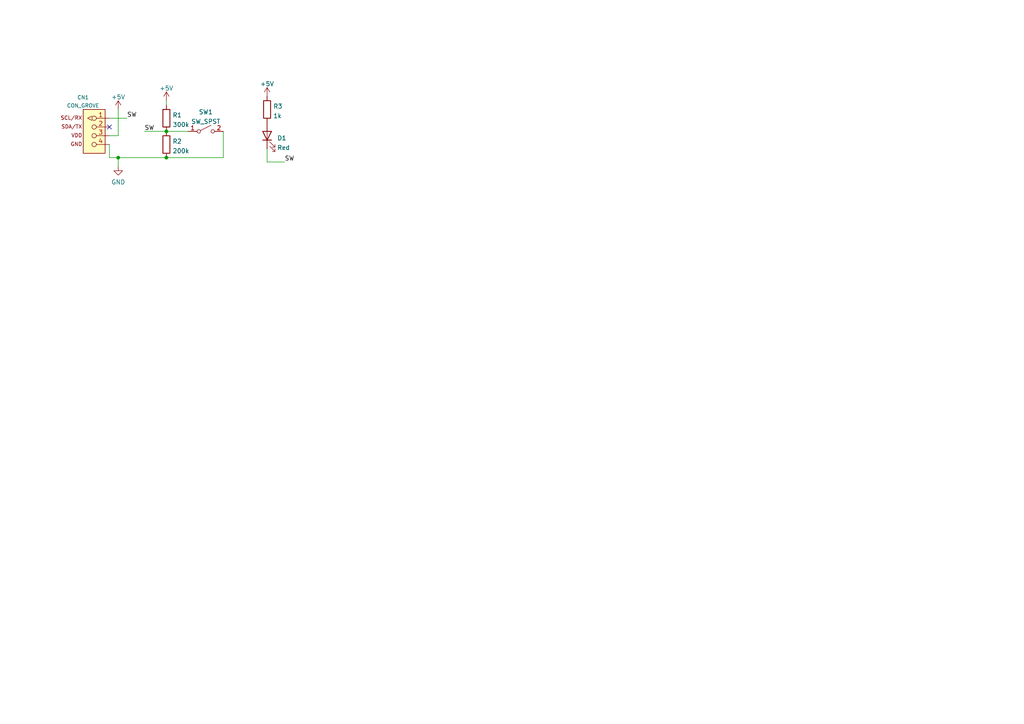
<source format=kicad_sch>
(kicad_sch (version 20211123) (generator eeschema)
  (paper "A4")
  (lib_symbols
    (symbol "Device:LED" (pin_numbers hide) (pin_names (offset 1.016) hide)
      (property "Reference" "D" (at 0 2.54 0))
      (property "Value" "LED" (at 0 -2.54 0))
      (symbol "LED_0_1"
        (polyline (pts (xy -1.27 -1.27) (xy -1.27 1.27)) (stroke (width 0.254)))
        (polyline (pts (xy -1.27 0) (xy 1.27 0)))
        (polyline (pts (xy 1.27 -1.27) (xy 1.27 1.27) (xy -1.27 0) (xy 1.27 -1.27)) (stroke (width 0.254)))
        (polyline (pts (xy -3.048 -0.762) (xy -4.572 -2.286) (xy -3.81 -2.286) (xy -4.572 -2.286) (xy -4.572 -1.524)))
        (polyline (pts (xy -1.778 -0.762) (xy -3.302 -2.286) (xy -2.54 -2.286) (xy -3.302 -2.286) (xy -3.302 -1.524)))
      )
      (symbol "LED_1_1"
        (pin passive line (at -3.81 0 0) (length 2.54) (name "K") (number "1"))
        (pin passive line (at 3.81 0 180) (length 2.54) (name "A") (number "2"))
      )
    )
    (symbol "Device:R" (pin_numbers hide) (pin_names (offset 0))
      (property "Reference" "R" (at 2.032 0 90))
      (property "Value" "R" (at 0 0 90))
      (symbol "R_0_1"
        (rectangle (start -1.016 -2.54) (end 1.016 2.54) (stroke (width 0.254)))
      )
      (symbol "R_1_1"
        (pin passive line (at 0 3.81 270) (length 1.27) (name "~") (number "1"))
        (pin passive line (at 0 -3.81 90) (length 1.27) (name "~") (number "2"))
      )
    )
    (symbol "Switch:SW_SPST" (pin_names (offset 0) hide)
      (property "Reference" "SW" (at 0 3.175 0))
      (property "Value" "SW_SPST" (at 0 -2.54 0))
      (symbol "SW_SPST_0_0"
        (circle (center -2.032 0) (radius 0.508))
        (polyline (pts (xy -1.524 0.254) (xy 1.524 1.778)))
        (circle (center 2.032 0) (radius 0.508))
      )
      (symbol "SW_SPST_1_1"
        (pin passive line (at -5.08 0 0) (length 2.54) (name "A") (number "1"))
        (pin passive line (at 5.08 0 180) (length 2.54) (name "B") (number "2"))
      )
    )
    (symbol "akita:CON_GROVE" (pin_names (offset 1.016))
      (property "Reference" "CN" (at 0 3.81 0))
      (property "Value" "CON_GROVE" (at 3.81 -5.08 90))
      (symbol "CON_GROVE_1_0"
        (text "GND" (at 5.334 -5.588 0) (effects (font (size 1.0668 1.0668)) (justify left bottom)))
        (text "SCL/RX" (at 5.334 2.032 0) (effects (font (size 1.0668 1.0668)) (justify left bottom)))
        (text "SDA/TX" (at 5.334 -0.508 0) (effects (font (size 1.0668 1.0668)) (justify left bottom)))
        (text "VDD" (at 5.334 -3.048 0) (effects (font (size 1.0668 1.0668)) (justify left bottom)))
        (pin bidirectional inverted_clock (at -2.54 2.54 0) (length 5.08) (name "1") (number "1"))
        (pin bidirectional inverted (at -2.54 0 0) (length 5.08) (name "2") (number "2"))
        (pin bidirectional inverted (at -2.54 -2.54 0) (length 5.08) (name "3") (number "3"))
        (pin bidirectional inverted (at -2.54 -5.08 0) (length 5.08) (name "4") (number "4"))
      )
      (symbol "CON_GROVE_1_1"
        (rectangle (start -1.27 5.08) (end 5.08 -7.62) (stroke (width 0.2032)) (fill (type background)))
      )
    )
    (symbol "power:+5V" (power) (pin_names (offset 0))
      (property "Value" "+5V" (at 0 3.556 0))
      (symbol "+5V_0_1"
        (polyline (pts (xy -0.762 1.27) (xy 0 2.54)))
        (polyline (pts (xy 0 0) (xy 0 2.54)))
        (polyline (pts (xy 0 2.54) (xy 0.762 1.27)))
      )
      (symbol "+5V_1_1"
        (pin power_in line (at 0 0 90) (length 0) hide (name "+5V") (number "1"))
      )
    )
    (symbol "power:GND" (power) (pin_names (offset 0))
      (property "Value" "GND" (at 0 -3.81 0))
      (symbol "GND_0_1"
        (polyline (pts (xy 0 0) (xy 0 -1.27) (xy 1.27 -1.27) (xy 0 -2.54) (xy -1.27 -1.27) (xy 0 -1.27)))
      )
      (symbol "GND_1_1"
        (pin power_in line (at 0 0 270) (length 0) hide (name "GND") (number "1"))
      )
    )
  )
  (junction (at 48.26 45.72))
  (junction (at 48.26 38.1))
  (junction (at 34.29 45.72))
  (no_connect (at 31.75 36.83))
  (wire (pts (xy 48.26 45.72) (xy 64.77 45.72)))
  (wire (pts (xy 31.75 45.72) (xy 31.75 41.91)))
  (wire (pts (xy 48.26 38.1) (xy 54.61 38.1)))
  (wire (pts (xy 82.55 46.99) (xy 77.47 46.99)))
  (wire (pts (xy 77.47 46.99) (xy 77.47 43.18)))
  (wire (pts (xy 34.29 45.72) (xy 31.75 45.72)))
  (wire (pts (xy 41.91 38.1) (xy 48.26 38.1)))
  (wire (pts (xy 48.26 29.21) (xy 48.26 30.48)))
  (wire (pts (xy 34.29 39.37) (xy 34.29 31.75)))
  (wire (pts (xy 34.29 45.72) (xy 48.26 45.72)))
  (wire (pts (xy 31.75 39.37) (xy 34.29 39.37)))
  (wire (pts (xy 34.29 45.72) (xy 34.29 48.26)))
  (wire (pts (xy 31.75 34.29) (xy 36.83 34.29)))
  (wire (pts (xy 64.77 45.72) (xy 64.77 38.1)))
  (label "SW" (at 36.83 34.29 0))
  (label "SW" (at 41.91 38.1 0))
  (label "SW" (at 82.55 46.99 0))
  (symbol (lib_id "Device:R") (at 77.47 31.75 180) (unit 1)
    (property "Reference" "R3" (at 79.248 30.8415 0) (effects (justify right)))
    (property "Value" "1k" (at 79.248 33.6166 0) (effects (justify right)))
    (property "Footprint" "Resistor_SMD:R_0603_1608Metric" (effects hide))
  )
  (symbol (lib_id "Device:R") (at 48.26 34.29 180) (unit 1)
    (property "Reference" "R1" (at 50.038 33.3815 0) (effects (justify right)))
    (property "Value" "300k" (at 50.038 36.1566 0) (effects (justify right)))
    (property "Footprint" "Resistor_SMD:R_0603_1608Metric" (effects hide))
  )
  (symbol (lib_id "Device:R") (at 48.26 41.91 180) (unit 1)
    (property "Reference" "R2" (at 50.038 41.0015 0) (effects (justify right)))
    (property "Value" "200k" (at 50.038 43.7766 0) (effects (justify right)))
    (property "Footprint" "Resistor_SMD:R_0603_1608Metric" (effects hide))
  )
  (symbol (lib_id "power:GND") (at 34.29 48.26 0) (unit 1)
    (property "Reference" "#PWR02" (effects hide))
    (property "Value" "GND" (at 34.29 52.8225 0))
  )
  (symbol (lib_id "power:+5V") (at 48.26 29.21 0) (unit 1)
    (property "Reference" "#PWR03" (effects hide))
    (property "Value" "+5V" (at 48.26 25.6055 0))
  )
  (symbol (lib_id "Switch:SW_SPST") (at 59.69 38.1 0) (unit 1)
    (property "Reference" "SW1" (at 59.69 32.4825 0))
    (property "Value" "SW_SPST" (at 59.69 35.2576 0))
    (property "Footprint" "akita:SW_LeadSW_SP3-1A16" (effects hide))
  )
  (symbol (lib_id "power:+5V") (at 77.47 27.94 0) (unit 1)
    (property "Reference" "#PWR0101" (effects hide))
    (property "Value" "+5V" (at 77.47 24.3355 0))
  )
  (symbol (lib_id "power:+5V") (at 34.29 31.75 0) (unit 1)
    (property "Reference" "#PWR01" (effects hide))
    (property "Value" "+5V" (at 34.29 28.1455 0))
  )
  (symbol (lib_id "akita:CON_GROVE") (at 29.21 36.83 0) (mirror y) (unit 1)
    (property "Reference" "CN1" (at 24.0887 28.2606 0) (effects (font (size 1.0668 1.0668))))
    (property "Value" "CON_GROVE" (at 24.0887 30.6323 0) (effects (font (size 1.0668 1.0668))))
    (property "Footprint" "akita:CON_GROVE_H" (effects hide))
  )
  (symbol (lib_id "Device:LED") (at 77.47 39.37 90) (unit 1)
    (property "Reference" "D1" (at 80.391 40.049 90) (effects (justify right)))
    (property "Value" "Red" (at 80.391 42.8241 90) (effects (justify right)))
    (property "Footprint" "LED_SMD:LED_0603_1608Metric" (effects hide))
  )
)
</source>
